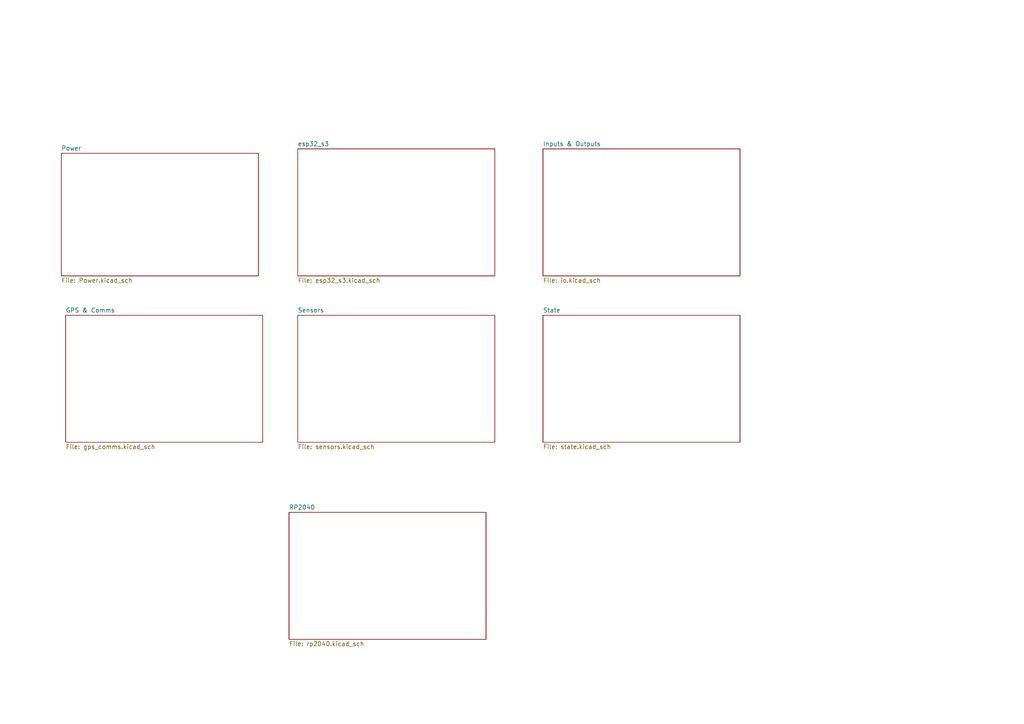
<source format=kicad_sch>
(kicad_sch
	(version 20231120)
	(generator "eeschema")
	(generator_version "8.0")
	(uuid "5b2dc117-dab4-41cc-8dc1-4f45decf8437")
	(paper "A4")
	(title_block
		(title "[Unnamed] FlightPCB ")
		(date "2024-02-01")
		(rev "0.1")
		(company "[Unnamed]")
	)
	(lib_symbols)
	(sheet
		(at 83.82 148.59)
		(size 57.15 36.83)
		(fields_autoplaced yes)
		(stroke
			(width 0.1524)
			(type solid)
		)
		(fill
			(color 0 0 0 0.0000)
		)
		(uuid "32767177-f1a8-4254-a1e9-080656525ee1")
		(property "Sheetname" "RP2040"
			(at 83.82 147.8784 0)
			(effects
				(font
					(size 1.27 1.27)
				)
				(justify left bottom)
			)
		)
		(property "Sheetfile" "rp2040.kicad_sch"
			(at 83.82 186.0046 0)
			(effects
				(font
					(size 1.27 1.27)
				)
				(justify left top)
			)
		)
		(instances
			(project "FlightPCB"
				(path "/5b2dc117-dab4-41cc-8dc1-4f45decf8437"
					(page "8")
				)
			)
		)
	)
	(sheet
		(at 19.05 91.44)
		(size 57.15 36.83)
		(fields_autoplaced yes)
		(stroke
			(width 0.1524)
			(type solid)
		)
		(fill
			(color 0 0 0 0.0000)
		)
		(uuid "51df0989-c97f-402b-8df5-cde71758b6fc")
		(property "Sheetname" "GPS & Comms"
			(at 19.05 90.7284 0)
			(effects
				(font
					(size 1.27 1.27)
				)
				(justify left bottom)
			)
		)
		(property "Sheetfile" "gps_comms.kicad_sch"
			(at 19.05 128.8546 0)
			(effects
				(font
					(size 1.27 1.27)
				)
				(justify left top)
			)
		)
		(instances
			(project "FlightPCB"
				(path "/5b2dc117-dab4-41cc-8dc1-4f45decf8437"
					(page "3")
				)
			)
		)
	)
	(sheet
		(at 86.36 91.44)
		(size 57.15 36.83)
		(fields_autoplaced yes)
		(stroke
			(width 0.1524)
			(type solid)
		)
		(fill
			(color 0 0 0 0.0000)
		)
		(uuid "643e7afa-48b3-4748-b981-1b2c6fe6c752")
		(property "Sheetname" "Sensors"
			(at 86.36 90.7284 0)
			(effects
				(font
					(size 1.27 1.27)
				)
				(justify left bottom)
			)
		)
		(property "Sheetfile" "sensors.kicad_sch"
			(at 86.36 128.8546 0)
			(effects
				(font
					(size 1.27 1.27)
				)
				(justify left top)
			)
		)
		(instances
			(project "FlightPCB"
				(path "/5b2dc117-dab4-41cc-8dc1-4f45decf8437"
					(page "4")
				)
			)
		)
	)
	(sheet
		(at 17.78 44.45)
		(size 57.15 35.56)
		(fields_autoplaced yes)
		(stroke
			(width 0.1524)
			(type solid)
		)
		(fill
			(color 0 0 0 0.0000)
		)
		(uuid "76baa9cd-79b2-4ef5-8d4c-b78d6b1f604d")
		(property "Sheetname" "Power"
			(at 17.78 43.7384 0)
			(effects
				(font
					(size 1.27 1.27)
				)
				(justify left bottom)
			)
		)
		(property "Sheetfile" "Power.kicad_sch"
			(at 17.78 80.5946 0)
			(effects
				(font
					(size 1.27 1.27)
				)
				(justify left top)
			)
		)
		(instances
			(project "FlightPCB"
				(path "/5b2dc117-dab4-41cc-8dc1-4f45decf8437"
					(page "2")
				)
			)
		)
	)
	(sheet
		(at 157.48 91.44)
		(size 57.15 36.83)
		(fields_autoplaced yes)
		(stroke
			(width 0.1524)
			(type solid)
		)
		(fill
			(color 0 0 0 0.0000)
		)
		(uuid "9484ede4-503b-450e-9d1b-dee6e17f0b8f")
		(property "Sheetname" "State"
			(at 157.48 90.7284 0)
			(effects
				(font
					(size 1.27 1.27)
				)
				(justify left bottom)
			)
		)
		(property "Sheetfile" "state.kicad_sch"
			(at 157.48 128.8546 0)
			(effects
				(font
					(size 1.27 1.27)
				)
				(justify left top)
			)
		)
		(instances
			(project "FlightPCB"
				(path "/5b2dc117-dab4-41cc-8dc1-4f45decf8437"
					(page "7")
				)
			)
		)
	)
	(sheet
		(at 157.48 43.18)
		(size 57.15 36.83)
		(fields_autoplaced yes)
		(stroke
			(width 0.1524)
			(type solid)
		)
		(fill
			(color 0 0 0 0.0000)
		)
		(uuid "c6e58d5d-ea04-4853-a390-141cdfbe2489")
		(property "Sheetname" "Inputs & Outputs"
			(at 157.48 42.4684 0)
			(effects
				(font
					(size 1.27 1.27)
				)
				(justify left bottom)
			)
		)
		(property "Sheetfile" "io.kicad_sch"
			(at 157.48 80.5946 0)
			(effects
				(font
					(size 1.27 1.27)
				)
				(justify left top)
			)
		)
		(instances
			(project "FlightPCB"
				(path "/5b2dc117-dab4-41cc-8dc1-4f45decf8437"
					(page "6")
				)
			)
		)
	)
	(sheet
		(at 86.36 43.18)
		(size 57.15 36.83)
		(fields_autoplaced yes)
		(stroke
			(width 0.1524)
			(type solid)
		)
		(fill
			(color 0 0 0 0.0000)
		)
		(uuid "d6bae6d2-c087-4955-a046-fe348380d6ca")
		(property "Sheetname" "esp32_s3"
			(at 86.36 42.4684 0)
			(effects
				(font
					(size 1.27 1.27)
				)
				(justify left bottom)
			)
		)
		(property "Sheetfile" "esp32_s3.kicad_sch"
			(at 86.36 80.5946 0)
			(effects
				(font
					(size 1.27 1.27)
				)
				(justify left top)
			)
		)
		(instances
			(project "FlightPCB"
				(path "/5b2dc117-dab4-41cc-8dc1-4f45decf8437"
					(page "5")
				)
			)
		)
	)
	(sheet_instances
		(path "/"
			(page "1")
		)
	)
)

</source>
